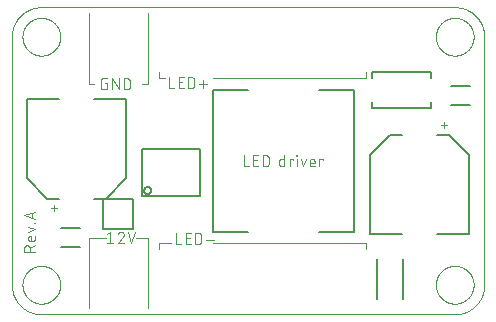
<source format=gto>
G75*
%MOIN*%
%OFA0B0*%
%FSLAX25Y25*%
%IPPOS*%
%LPD*%
%AMOC8*
5,1,8,0,0,1.08239X$1,22.5*
%
%ADD10C,0.00000*%
%ADD11C,0.00300*%
%ADD12C,0.00400*%
%ADD13C,0.00500*%
%ADD14C,0.00800*%
D10*
X0013611Y0003769D02*
X0151406Y0003769D01*
X0145107Y0013611D02*
X0145109Y0013769D01*
X0145115Y0013927D01*
X0145125Y0014085D01*
X0145139Y0014243D01*
X0145157Y0014400D01*
X0145178Y0014557D01*
X0145204Y0014713D01*
X0145234Y0014869D01*
X0145267Y0015024D01*
X0145305Y0015177D01*
X0145346Y0015330D01*
X0145391Y0015482D01*
X0145440Y0015633D01*
X0145493Y0015782D01*
X0145549Y0015930D01*
X0145609Y0016076D01*
X0145673Y0016221D01*
X0145741Y0016364D01*
X0145812Y0016506D01*
X0145886Y0016646D01*
X0145964Y0016783D01*
X0146046Y0016919D01*
X0146130Y0017053D01*
X0146219Y0017184D01*
X0146310Y0017313D01*
X0146405Y0017440D01*
X0146502Y0017565D01*
X0146603Y0017687D01*
X0146707Y0017806D01*
X0146814Y0017923D01*
X0146924Y0018037D01*
X0147037Y0018148D01*
X0147152Y0018257D01*
X0147270Y0018362D01*
X0147391Y0018464D01*
X0147514Y0018564D01*
X0147640Y0018660D01*
X0147768Y0018753D01*
X0147898Y0018843D01*
X0148031Y0018929D01*
X0148166Y0019013D01*
X0148302Y0019092D01*
X0148441Y0019169D01*
X0148582Y0019241D01*
X0148724Y0019311D01*
X0148868Y0019376D01*
X0149014Y0019438D01*
X0149161Y0019496D01*
X0149310Y0019551D01*
X0149460Y0019602D01*
X0149611Y0019649D01*
X0149763Y0019692D01*
X0149916Y0019731D01*
X0150071Y0019767D01*
X0150226Y0019798D01*
X0150382Y0019826D01*
X0150538Y0019850D01*
X0150695Y0019870D01*
X0150853Y0019886D01*
X0151010Y0019898D01*
X0151169Y0019906D01*
X0151327Y0019910D01*
X0151485Y0019910D01*
X0151643Y0019906D01*
X0151802Y0019898D01*
X0151959Y0019886D01*
X0152117Y0019870D01*
X0152274Y0019850D01*
X0152430Y0019826D01*
X0152586Y0019798D01*
X0152741Y0019767D01*
X0152896Y0019731D01*
X0153049Y0019692D01*
X0153201Y0019649D01*
X0153352Y0019602D01*
X0153502Y0019551D01*
X0153651Y0019496D01*
X0153798Y0019438D01*
X0153944Y0019376D01*
X0154088Y0019311D01*
X0154230Y0019241D01*
X0154371Y0019169D01*
X0154510Y0019092D01*
X0154646Y0019013D01*
X0154781Y0018929D01*
X0154914Y0018843D01*
X0155044Y0018753D01*
X0155172Y0018660D01*
X0155298Y0018564D01*
X0155421Y0018464D01*
X0155542Y0018362D01*
X0155660Y0018257D01*
X0155775Y0018148D01*
X0155888Y0018037D01*
X0155998Y0017923D01*
X0156105Y0017806D01*
X0156209Y0017687D01*
X0156310Y0017565D01*
X0156407Y0017440D01*
X0156502Y0017313D01*
X0156593Y0017184D01*
X0156682Y0017053D01*
X0156766Y0016919D01*
X0156848Y0016783D01*
X0156926Y0016646D01*
X0157000Y0016506D01*
X0157071Y0016364D01*
X0157139Y0016221D01*
X0157203Y0016076D01*
X0157263Y0015930D01*
X0157319Y0015782D01*
X0157372Y0015633D01*
X0157421Y0015482D01*
X0157466Y0015330D01*
X0157507Y0015177D01*
X0157545Y0015024D01*
X0157578Y0014869D01*
X0157608Y0014713D01*
X0157634Y0014557D01*
X0157655Y0014400D01*
X0157673Y0014243D01*
X0157687Y0014085D01*
X0157697Y0013927D01*
X0157703Y0013769D01*
X0157705Y0013611D01*
X0157703Y0013453D01*
X0157697Y0013295D01*
X0157687Y0013137D01*
X0157673Y0012979D01*
X0157655Y0012822D01*
X0157634Y0012665D01*
X0157608Y0012509D01*
X0157578Y0012353D01*
X0157545Y0012198D01*
X0157507Y0012045D01*
X0157466Y0011892D01*
X0157421Y0011740D01*
X0157372Y0011589D01*
X0157319Y0011440D01*
X0157263Y0011292D01*
X0157203Y0011146D01*
X0157139Y0011001D01*
X0157071Y0010858D01*
X0157000Y0010716D01*
X0156926Y0010576D01*
X0156848Y0010439D01*
X0156766Y0010303D01*
X0156682Y0010169D01*
X0156593Y0010038D01*
X0156502Y0009909D01*
X0156407Y0009782D01*
X0156310Y0009657D01*
X0156209Y0009535D01*
X0156105Y0009416D01*
X0155998Y0009299D01*
X0155888Y0009185D01*
X0155775Y0009074D01*
X0155660Y0008965D01*
X0155542Y0008860D01*
X0155421Y0008758D01*
X0155298Y0008658D01*
X0155172Y0008562D01*
X0155044Y0008469D01*
X0154914Y0008379D01*
X0154781Y0008293D01*
X0154646Y0008209D01*
X0154510Y0008130D01*
X0154371Y0008053D01*
X0154230Y0007981D01*
X0154088Y0007911D01*
X0153944Y0007846D01*
X0153798Y0007784D01*
X0153651Y0007726D01*
X0153502Y0007671D01*
X0153352Y0007620D01*
X0153201Y0007573D01*
X0153049Y0007530D01*
X0152896Y0007491D01*
X0152741Y0007455D01*
X0152586Y0007424D01*
X0152430Y0007396D01*
X0152274Y0007372D01*
X0152117Y0007352D01*
X0151959Y0007336D01*
X0151802Y0007324D01*
X0151643Y0007316D01*
X0151485Y0007312D01*
X0151327Y0007312D01*
X0151169Y0007316D01*
X0151010Y0007324D01*
X0150853Y0007336D01*
X0150695Y0007352D01*
X0150538Y0007372D01*
X0150382Y0007396D01*
X0150226Y0007424D01*
X0150071Y0007455D01*
X0149916Y0007491D01*
X0149763Y0007530D01*
X0149611Y0007573D01*
X0149460Y0007620D01*
X0149310Y0007671D01*
X0149161Y0007726D01*
X0149014Y0007784D01*
X0148868Y0007846D01*
X0148724Y0007911D01*
X0148582Y0007981D01*
X0148441Y0008053D01*
X0148302Y0008130D01*
X0148166Y0008209D01*
X0148031Y0008293D01*
X0147898Y0008379D01*
X0147768Y0008469D01*
X0147640Y0008562D01*
X0147514Y0008658D01*
X0147391Y0008758D01*
X0147270Y0008860D01*
X0147152Y0008965D01*
X0147037Y0009074D01*
X0146924Y0009185D01*
X0146814Y0009299D01*
X0146707Y0009416D01*
X0146603Y0009535D01*
X0146502Y0009657D01*
X0146405Y0009782D01*
X0146310Y0009909D01*
X0146219Y0010038D01*
X0146130Y0010169D01*
X0146046Y0010303D01*
X0145964Y0010439D01*
X0145886Y0010576D01*
X0145812Y0010716D01*
X0145741Y0010858D01*
X0145673Y0011001D01*
X0145609Y0011146D01*
X0145549Y0011292D01*
X0145493Y0011440D01*
X0145440Y0011589D01*
X0145391Y0011740D01*
X0145346Y0011892D01*
X0145305Y0012045D01*
X0145267Y0012198D01*
X0145234Y0012353D01*
X0145204Y0012509D01*
X0145178Y0012665D01*
X0145157Y0012822D01*
X0145139Y0012979D01*
X0145125Y0013137D01*
X0145115Y0013295D01*
X0145109Y0013453D01*
X0145107Y0013611D01*
X0151406Y0003768D02*
X0151644Y0003771D01*
X0151882Y0003779D01*
X0152119Y0003794D01*
X0152356Y0003814D01*
X0152592Y0003840D01*
X0152828Y0003871D01*
X0153063Y0003908D01*
X0153297Y0003951D01*
X0153530Y0004000D01*
X0153762Y0004054D01*
X0153992Y0004114D01*
X0154221Y0004179D01*
X0154448Y0004250D01*
X0154673Y0004326D01*
X0154896Y0004408D01*
X0155118Y0004495D01*
X0155337Y0004587D01*
X0155554Y0004685D01*
X0155768Y0004787D01*
X0155980Y0004895D01*
X0156190Y0005009D01*
X0156396Y0005127D01*
X0156600Y0005250D01*
X0156800Y0005378D01*
X0156997Y0005510D01*
X0157192Y0005648D01*
X0157382Y0005790D01*
X0157570Y0005937D01*
X0157753Y0006088D01*
X0157933Y0006243D01*
X0158109Y0006403D01*
X0158281Y0006567D01*
X0158450Y0006736D01*
X0158614Y0006908D01*
X0158774Y0007084D01*
X0158929Y0007264D01*
X0159080Y0007447D01*
X0159227Y0007635D01*
X0159369Y0007825D01*
X0159507Y0008020D01*
X0159639Y0008217D01*
X0159767Y0008417D01*
X0159890Y0008621D01*
X0160008Y0008827D01*
X0160122Y0009037D01*
X0160230Y0009249D01*
X0160332Y0009463D01*
X0160430Y0009680D01*
X0160522Y0009899D01*
X0160609Y0010121D01*
X0160691Y0010344D01*
X0160767Y0010569D01*
X0160838Y0010796D01*
X0160903Y0011025D01*
X0160963Y0011255D01*
X0161017Y0011487D01*
X0161066Y0011720D01*
X0161109Y0011954D01*
X0161146Y0012189D01*
X0161177Y0012425D01*
X0161203Y0012661D01*
X0161223Y0012898D01*
X0161238Y0013135D01*
X0161246Y0013373D01*
X0161249Y0013611D01*
X0161249Y0096288D01*
X0145107Y0096288D02*
X0145109Y0096446D01*
X0145115Y0096604D01*
X0145125Y0096762D01*
X0145139Y0096920D01*
X0145157Y0097077D01*
X0145178Y0097234D01*
X0145204Y0097390D01*
X0145234Y0097546D01*
X0145267Y0097701D01*
X0145305Y0097854D01*
X0145346Y0098007D01*
X0145391Y0098159D01*
X0145440Y0098310D01*
X0145493Y0098459D01*
X0145549Y0098607D01*
X0145609Y0098753D01*
X0145673Y0098898D01*
X0145741Y0099041D01*
X0145812Y0099183D01*
X0145886Y0099323D01*
X0145964Y0099460D01*
X0146046Y0099596D01*
X0146130Y0099730D01*
X0146219Y0099861D01*
X0146310Y0099990D01*
X0146405Y0100117D01*
X0146502Y0100242D01*
X0146603Y0100364D01*
X0146707Y0100483D01*
X0146814Y0100600D01*
X0146924Y0100714D01*
X0147037Y0100825D01*
X0147152Y0100934D01*
X0147270Y0101039D01*
X0147391Y0101141D01*
X0147514Y0101241D01*
X0147640Y0101337D01*
X0147768Y0101430D01*
X0147898Y0101520D01*
X0148031Y0101606D01*
X0148166Y0101690D01*
X0148302Y0101769D01*
X0148441Y0101846D01*
X0148582Y0101918D01*
X0148724Y0101988D01*
X0148868Y0102053D01*
X0149014Y0102115D01*
X0149161Y0102173D01*
X0149310Y0102228D01*
X0149460Y0102279D01*
X0149611Y0102326D01*
X0149763Y0102369D01*
X0149916Y0102408D01*
X0150071Y0102444D01*
X0150226Y0102475D01*
X0150382Y0102503D01*
X0150538Y0102527D01*
X0150695Y0102547D01*
X0150853Y0102563D01*
X0151010Y0102575D01*
X0151169Y0102583D01*
X0151327Y0102587D01*
X0151485Y0102587D01*
X0151643Y0102583D01*
X0151802Y0102575D01*
X0151959Y0102563D01*
X0152117Y0102547D01*
X0152274Y0102527D01*
X0152430Y0102503D01*
X0152586Y0102475D01*
X0152741Y0102444D01*
X0152896Y0102408D01*
X0153049Y0102369D01*
X0153201Y0102326D01*
X0153352Y0102279D01*
X0153502Y0102228D01*
X0153651Y0102173D01*
X0153798Y0102115D01*
X0153944Y0102053D01*
X0154088Y0101988D01*
X0154230Y0101918D01*
X0154371Y0101846D01*
X0154510Y0101769D01*
X0154646Y0101690D01*
X0154781Y0101606D01*
X0154914Y0101520D01*
X0155044Y0101430D01*
X0155172Y0101337D01*
X0155298Y0101241D01*
X0155421Y0101141D01*
X0155542Y0101039D01*
X0155660Y0100934D01*
X0155775Y0100825D01*
X0155888Y0100714D01*
X0155998Y0100600D01*
X0156105Y0100483D01*
X0156209Y0100364D01*
X0156310Y0100242D01*
X0156407Y0100117D01*
X0156502Y0099990D01*
X0156593Y0099861D01*
X0156682Y0099730D01*
X0156766Y0099596D01*
X0156848Y0099460D01*
X0156926Y0099323D01*
X0157000Y0099183D01*
X0157071Y0099041D01*
X0157139Y0098898D01*
X0157203Y0098753D01*
X0157263Y0098607D01*
X0157319Y0098459D01*
X0157372Y0098310D01*
X0157421Y0098159D01*
X0157466Y0098007D01*
X0157507Y0097854D01*
X0157545Y0097701D01*
X0157578Y0097546D01*
X0157608Y0097390D01*
X0157634Y0097234D01*
X0157655Y0097077D01*
X0157673Y0096920D01*
X0157687Y0096762D01*
X0157697Y0096604D01*
X0157703Y0096446D01*
X0157705Y0096288D01*
X0157703Y0096130D01*
X0157697Y0095972D01*
X0157687Y0095814D01*
X0157673Y0095656D01*
X0157655Y0095499D01*
X0157634Y0095342D01*
X0157608Y0095186D01*
X0157578Y0095030D01*
X0157545Y0094875D01*
X0157507Y0094722D01*
X0157466Y0094569D01*
X0157421Y0094417D01*
X0157372Y0094266D01*
X0157319Y0094117D01*
X0157263Y0093969D01*
X0157203Y0093823D01*
X0157139Y0093678D01*
X0157071Y0093535D01*
X0157000Y0093393D01*
X0156926Y0093253D01*
X0156848Y0093116D01*
X0156766Y0092980D01*
X0156682Y0092846D01*
X0156593Y0092715D01*
X0156502Y0092586D01*
X0156407Y0092459D01*
X0156310Y0092334D01*
X0156209Y0092212D01*
X0156105Y0092093D01*
X0155998Y0091976D01*
X0155888Y0091862D01*
X0155775Y0091751D01*
X0155660Y0091642D01*
X0155542Y0091537D01*
X0155421Y0091435D01*
X0155298Y0091335D01*
X0155172Y0091239D01*
X0155044Y0091146D01*
X0154914Y0091056D01*
X0154781Y0090970D01*
X0154646Y0090886D01*
X0154510Y0090807D01*
X0154371Y0090730D01*
X0154230Y0090658D01*
X0154088Y0090588D01*
X0153944Y0090523D01*
X0153798Y0090461D01*
X0153651Y0090403D01*
X0153502Y0090348D01*
X0153352Y0090297D01*
X0153201Y0090250D01*
X0153049Y0090207D01*
X0152896Y0090168D01*
X0152741Y0090132D01*
X0152586Y0090101D01*
X0152430Y0090073D01*
X0152274Y0090049D01*
X0152117Y0090029D01*
X0151959Y0090013D01*
X0151802Y0090001D01*
X0151643Y0089993D01*
X0151485Y0089989D01*
X0151327Y0089989D01*
X0151169Y0089993D01*
X0151010Y0090001D01*
X0150853Y0090013D01*
X0150695Y0090029D01*
X0150538Y0090049D01*
X0150382Y0090073D01*
X0150226Y0090101D01*
X0150071Y0090132D01*
X0149916Y0090168D01*
X0149763Y0090207D01*
X0149611Y0090250D01*
X0149460Y0090297D01*
X0149310Y0090348D01*
X0149161Y0090403D01*
X0149014Y0090461D01*
X0148868Y0090523D01*
X0148724Y0090588D01*
X0148582Y0090658D01*
X0148441Y0090730D01*
X0148302Y0090807D01*
X0148166Y0090886D01*
X0148031Y0090970D01*
X0147898Y0091056D01*
X0147768Y0091146D01*
X0147640Y0091239D01*
X0147514Y0091335D01*
X0147391Y0091435D01*
X0147270Y0091537D01*
X0147152Y0091642D01*
X0147037Y0091751D01*
X0146924Y0091862D01*
X0146814Y0091976D01*
X0146707Y0092093D01*
X0146603Y0092212D01*
X0146502Y0092334D01*
X0146405Y0092459D01*
X0146310Y0092586D01*
X0146219Y0092715D01*
X0146130Y0092846D01*
X0146046Y0092980D01*
X0145964Y0093116D01*
X0145886Y0093253D01*
X0145812Y0093393D01*
X0145741Y0093535D01*
X0145673Y0093678D01*
X0145609Y0093823D01*
X0145549Y0093969D01*
X0145493Y0094117D01*
X0145440Y0094266D01*
X0145391Y0094417D01*
X0145346Y0094569D01*
X0145305Y0094722D01*
X0145267Y0094875D01*
X0145234Y0095030D01*
X0145204Y0095186D01*
X0145178Y0095342D01*
X0145157Y0095499D01*
X0145139Y0095656D01*
X0145125Y0095814D01*
X0145115Y0095972D01*
X0145109Y0096130D01*
X0145107Y0096288D01*
X0151406Y0106131D02*
X0151644Y0106128D01*
X0151882Y0106120D01*
X0152119Y0106105D01*
X0152356Y0106085D01*
X0152592Y0106059D01*
X0152828Y0106028D01*
X0153063Y0105991D01*
X0153297Y0105948D01*
X0153530Y0105899D01*
X0153762Y0105845D01*
X0153992Y0105785D01*
X0154221Y0105720D01*
X0154448Y0105649D01*
X0154673Y0105573D01*
X0154896Y0105491D01*
X0155118Y0105404D01*
X0155337Y0105312D01*
X0155554Y0105214D01*
X0155768Y0105112D01*
X0155980Y0105004D01*
X0156190Y0104890D01*
X0156396Y0104772D01*
X0156600Y0104649D01*
X0156800Y0104521D01*
X0156997Y0104389D01*
X0157192Y0104251D01*
X0157382Y0104109D01*
X0157570Y0103962D01*
X0157753Y0103811D01*
X0157933Y0103656D01*
X0158109Y0103496D01*
X0158281Y0103332D01*
X0158450Y0103163D01*
X0158614Y0102991D01*
X0158774Y0102815D01*
X0158929Y0102635D01*
X0159080Y0102452D01*
X0159227Y0102264D01*
X0159369Y0102074D01*
X0159507Y0101879D01*
X0159639Y0101682D01*
X0159767Y0101482D01*
X0159890Y0101278D01*
X0160008Y0101072D01*
X0160122Y0100862D01*
X0160230Y0100650D01*
X0160332Y0100436D01*
X0160430Y0100219D01*
X0160522Y0100000D01*
X0160609Y0099778D01*
X0160691Y0099555D01*
X0160767Y0099330D01*
X0160838Y0099103D01*
X0160903Y0098874D01*
X0160963Y0098644D01*
X0161017Y0098412D01*
X0161066Y0098179D01*
X0161109Y0097945D01*
X0161146Y0097710D01*
X0161177Y0097474D01*
X0161203Y0097238D01*
X0161223Y0097001D01*
X0161238Y0096764D01*
X0161246Y0096526D01*
X0161249Y0096288D01*
X0151406Y0106131D02*
X0013611Y0106131D01*
X0007312Y0096288D02*
X0007314Y0096446D01*
X0007320Y0096604D01*
X0007330Y0096762D01*
X0007344Y0096920D01*
X0007362Y0097077D01*
X0007383Y0097234D01*
X0007409Y0097390D01*
X0007439Y0097546D01*
X0007472Y0097701D01*
X0007510Y0097854D01*
X0007551Y0098007D01*
X0007596Y0098159D01*
X0007645Y0098310D01*
X0007698Y0098459D01*
X0007754Y0098607D01*
X0007814Y0098753D01*
X0007878Y0098898D01*
X0007946Y0099041D01*
X0008017Y0099183D01*
X0008091Y0099323D01*
X0008169Y0099460D01*
X0008251Y0099596D01*
X0008335Y0099730D01*
X0008424Y0099861D01*
X0008515Y0099990D01*
X0008610Y0100117D01*
X0008707Y0100242D01*
X0008808Y0100364D01*
X0008912Y0100483D01*
X0009019Y0100600D01*
X0009129Y0100714D01*
X0009242Y0100825D01*
X0009357Y0100934D01*
X0009475Y0101039D01*
X0009596Y0101141D01*
X0009719Y0101241D01*
X0009845Y0101337D01*
X0009973Y0101430D01*
X0010103Y0101520D01*
X0010236Y0101606D01*
X0010371Y0101690D01*
X0010507Y0101769D01*
X0010646Y0101846D01*
X0010787Y0101918D01*
X0010929Y0101988D01*
X0011073Y0102053D01*
X0011219Y0102115D01*
X0011366Y0102173D01*
X0011515Y0102228D01*
X0011665Y0102279D01*
X0011816Y0102326D01*
X0011968Y0102369D01*
X0012121Y0102408D01*
X0012276Y0102444D01*
X0012431Y0102475D01*
X0012587Y0102503D01*
X0012743Y0102527D01*
X0012900Y0102547D01*
X0013058Y0102563D01*
X0013215Y0102575D01*
X0013374Y0102583D01*
X0013532Y0102587D01*
X0013690Y0102587D01*
X0013848Y0102583D01*
X0014007Y0102575D01*
X0014164Y0102563D01*
X0014322Y0102547D01*
X0014479Y0102527D01*
X0014635Y0102503D01*
X0014791Y0102475D01*
X0014946Y0102444D01*
X0015101Y0102408D01*
X0015254Y0102369D01*
X0015406Y0102326D01*
X0015557Y0102279D01*
X0015707Y0102228D01*
X0015856Y0102173D01*
X0016003Y0102115D01*
X0016149Y0102053D01*
X0016293Y0101988D01*
X0016435Y0101918D01*
X0016576Y0101846D01*
X0016715Y0101769D01*
X0016851Y0101690D01*
X0016986Y0101606D01*
X0017119Y0101520D01*
X0017249Y0101430D01*
X0017377Y0101337D01*
X0017503Y0101241D01*
X0017626Y0101141D01*
X0017747Y0101039D01*
X0017865Y0100934D01*
X0017980Y0100825D01*
X0018093Y0100714D01*
X0018203Y0100600D01*
X0018310Y0100483D01*
X0018414Y0100364D01*
X0018515Y0100242D01*
X0018612Y0100117D01*
X0018707Y0099990D01*
X0018798Y0099861D01*
X0018887Y0099730D01*
X0018971Y0099596D01*
X0019053Y0099460D01*
X0019131Y0099323D01*
X0019205Y0099183D01*
X0019276Y0099041D01*
X0019344Y0098898D01*
X0019408Y0098753D01*
X0019468Y0098607D01*
X0019524Y0098459D01*
X0019577Y0098310D01*
X0019626Y0098159D01*
X0019671Y0098007D01*
X0019712Y0097854D01*
X0019750Y0097701D01*
X0019783Y0097546D01*
X0019813Y0097390D01*
X0019839Y0097234D01*
X0019860Y0097077D01*
X0019878Y0096920D01*
X0019892Y0096762D01*
X0019902Y0096604D01*
X0019908Y0096446D01*
X0019910Y0096288D01*
X0019908Y0096130D01*
X0019902Y0095972D01*
X0019892Y0095814D01*
X0019878Y0095656D01*
X0019860Y0095499D01*
X0019839Y0095342D01*
X0019813Y0095186D01*
X0019783Y0095030D01*
X0019750Y0094875D01*
X0019712Y0094722D01*
X0019671Y0094569D01*
X0019626Y0094417D01*
X0019577Y0094266D01*
X0019524Y0094117D01*
X0019468Y0093969D01*
X0019408Y0093823D01*
X0019344Y0093678D01*
X0019276Y0093535D01*
X0019205Y0093393D01*
X0019131Y0093253D01*
X0019053Y0093116D01*
X0018971Y0092980D01*
X0018887Y0092846D01*
X0018798Y0092715D01*
X0018707Y0092586D01*
X0018612Y0092459D01*
X0018515Y0092334D01*
X0018414Y0092212D01*
X0018310Y0092093D01*
X0018203Y0091976D01*
X0018093Y0091862D01*
X0017980Y0091751D01*
X0017865Y0091642D01*
X0017747Y0091537D01*
X0017626Y0091435D01*
X0017503Y0091335D01*
X0017377Y0091239D01*
X0017249Y0091146D01*
X0017119Y0091056D01*
X0016986Y0090970D01*
X0016851Y0090886D01*
X0016715Y0090807D01*
X0016576Y0090730D01*
X0016435Y0090658D01*
X0016293Y0090588D01*
X0016149Y0090523D01*
X0016003Y0090461D01*
X0015856Y0090403D01*
X0015707Y0090348D01*
X0015557Y0090297D01*
X0015406Y0090250D01*
X0015254Y0090207D01*
X0015101Y0090168D01*
X0014946Y0090132D01*
X0014791Y0090101D01*
X0014635Y0090073D01*
X0014479Y0090049D01*
X0014322Y0090029D01*
X0014164Y0090013D01*
X0014007Y0090001D01*
X0013848Y0089993D01*
X0013690Y0089989D01*
X0013532Y0089989D01*
X0013374Y0089993D01*
X0013215Y0090001D01*
X0013058Y0090013D01*
X0012900Y0090029D01*
X0012743Y0090049D01*
X0012587Y0090073D01*
X0012431Y0090101D01*
X0012276Y0090132D01*
X0012121Y0090168D01*
X0011968Y0090207D01*
X0011816Y0090250D01*
X0011665Y0090297D01*
X0011515Y0090348D01*
X0011366Y0090403D01*
X0011219Y0090461D01*
X0011073Y0090523D01*
X0010929Y0090588D01*
X0010787Y0090658D01*
X0010646Y0090730D01*
X0010507Y0090807D01*
X0010371Y0090886D01*
X0010236Y0090970D01*
X0010103Y0091056D01*
X0009973Y0091146D01*
X0009845Y0091239D01*
X0009719Y0091335D01*
X0009596Y0091435D01*
X0009475Y0091537D01*
X0009357Y0091642D01*
X0009242Y0091751D01*
X0009129Y0091862D01*
X0009019Y0091976D01*
X0008912Y0092093D01*
X0008808Y0092212D01*
X0008707Y0092334D01*
X0008610Y0092459D01*
X0008515Y0092586D01*
X0008424Y0092715D01*
X0008335Y0092846D01*
X0008251Y0092980D01*
X0008169Y0093116D01*
X0008091Y0093253D01*
X0008017Y0093393D01*
X0007946Y0093535D01*
X0007878Y0093678D01*
X0007814Y0093823D01*
X0007754Y0093969D01*
X0007698Y0094117D01*
X0007645Y0094266D01*
X0007596Y0094417D01*
X0007551Y0094569D01*
X0007510Y0094722D01*
X0007472Y0094875D01*
X0007439Y0095030D01*
X0007409Y0095186D01*
X0007383Y0095342D01*
X0007362Y0095499D01*
X0007344Y0095656D01*
X0007330Y0095814D01*
X0007320Y0095972D01*
X0007314Y0096130D01*
X0007312Y0096288D01*
X0003769Y0096288D02*
X0003769Y0013611D01*
X0007312Y0013611D02*
X0007314Y0013769D01*
X0007320Y0013927D01*
X0007330Y0014085D01*
X0007344Y0014243D01*
X0007362Y0014400D01*
X0007383Y0014557D01*
X0007409Y0014713D01*
X0007439Y0014869D01*
X0007472Y0015024D01*
X0007510Y0015177D01*
X0007551Y0015330D01*
X0007596Y0015482D01*
X0007645Y0015633D01*
X0007698Y0015782D01*
X0007754Y0015930D01*
X0007814Y0016076D01*
X0007878Y0016221D01*
X0007946Y0016364D01*
X0008017Y0016506D01*
X0008091Y0016646D01*
X0008169Y0016783D01*
X0008251Y0016919D01*
X0008335Y0017053D01*
X0008424Y0017184D01*
X0008515Y0017313D01*
X0008610Y0017440D01*
X0008707Y0017565D01*
X0008808Y0017687D01*
X0008912Y0017806D01*
X0009019Y0017923D01*
X0009129Y0018037D01*
X0009242Y0018148D01*
X0009357Y0018257D01*
X0009475Y0018362D01*
X0009596Y0018464D01*
X0009719Y0018564D01*
X0009845Y0018660D01*
X0009973Y0018753D01*
X0010103Y0018843D01*
X0010236Y0018929D01*
X0010371Y0019013D01*
X0010507Y0019092D01*
X0010646Y0019169D01*
X0010787Y0019241D01*
X0010929Y0019311D01*
X0011073Y0019376D01*
X0011219Y0019438D01*
X0011366Y0019496D01*
X0011515Y0019551D01*
X0011665Y0019602D01*
X0011816Y0019649D01*
X0011968Y0019692D01*
X0012121Y0019731D01*
X0012276Y0019767D01*
X0012431Y0019798D01*
X0012587Y0019826D01*
X0012743Y0019850D01*
X0012900Y0019870D01*
X0013058Y0019886D01*
X0013215Y0019898D01*
X0013374Y0019906D01*
X0013532Y0019910D01*
X0013690Y0019910D01*
X0013848Y0019906D01*
X0014007Y0019898D01*
X0014164Y0019886D01*
X0014322Y0019870D01*
X0014479Y0019850D01*
X0014635Y0019826D01*
X0014791Y0019798D01*
X0014946Y0019767D01*
X0015101Y0019731D01*
X0015254Y0019692D01*
X0015406Y0019649D01*
X0015557Y0019602D01*
X0015707Y0019551D01*
X0015856Y0019496D01*
X0016003Y0019438D01*
X0016149Y0019376D01*
X0016293Y0019311D01*
X0016435Y0019241D01*
X0016576Y0019169D01*
X0016715Y0019092D01*
X0016851Y0019013D01*
X0016986Y0018929D01*
X0017119Y0018843D01*
X0017249Y0018753D01*
X0017377Y0018660D01*
X0017503Y0018564D01*
X0017626Y0018464D01*
X0017747Y0018362D01*
X0017865Y0018257D01*
X0017980Y0018148D01*
X0018093Y0018037D01*
X0018203Y0017923D01*
X0018310Y0017806D01*
X0018414Y0017687D01*
X0018515Y0017565D01*
X0018612Y0017440D01*
X0018707Y0017313D01*
X0018798Y0017184D01*
X0018887Y0017053D01*
X0018971Y0016919D01*
X0019053Y0016783D01*
X0019131Y0016646D01*
X0019205Y0016506D01*
X0019276Y0016364D01*
X0019344Y0016221D01*
X0019408Y0016076D01*
X0019468Y0015930D01*
X0019524Y0015782D01*
X0019577Y0015633D01*
X0019626Y0015482D01*
X0019671Y0015330D01*
X0019712Y0015177D01*
X0019750Y0015024D01*
X0019783Y0014869D01*
X0019813Y0014713D01*
X0019839Y0014557D01*
X0019860Y0014400D01*
X0019878Y0014243D01*
X0019892Y0014085D01*
X0019902Y0013927D01*
X0019908Y0013769D01*
X0019910Y0013611D01*
X0019908Y0013453D01*
X0019902Y0013295D01*
X0019892Y0013137D01*
X0019878Y0012979D01*
X0019860Y0012822D01*
X0019839Y0012665D01*
X0019813Y0012509D01*
X0019783Y0012353D01*
X0019750Y0012198D01*
X0019712Y0012045D01*
X0019671Y0011892D01*
X0019626Y0011740D01*
X0019577Y0011589D01*
X0019524Y0011440D01*
X0019468Y0011292D01*
X0019408Y0011146D01*
X0019344Y0011001D01*
X0019276Y0010858D01*
X0019205Y0010716D01*
X0019131Y0010576D01*
X0019053Y0010439D01*
X0018971Y0010303D01*
X0018887Y0010169D01*
X0018798Y0010038D01*
X0018707Y0009909D01*
X0018612Y0009782D01*
X0018515Y0009657D01*
X0018414Y0009535D01*
X0018310Y0009416D01*
X0018203Y0009299D01*
X0018093Y0009185D01*
X0017980Y0009074D01*
X0017865Y0008965D01*
X0017747Y0008860D01*
X0017626Y0008758D01*
X0017503Y0008658D01*
X0017377Y0008562D01*
X0017249Y0008469D01*
X0017119Y0008379D01*
X0016986Y0008293D01*
X0016851Y0008209D01*
X0016715Y0008130D01*
X0016576Y0008053D01*
X0016435Y0007981D01*
X0016293Y0007911D01*
X0016149Y0007846D01*
X0016003Y0007784D01*
X0015856Y0007726D01*
X0015707Y0007671D01*
X0015557Y0007620D01*
X0015406Y0007573D01*
X0015254Y0007530D01*
X0015101Y0007491D01*
X0014946Y0007455D01*
X0014791Y0007424D01*
X0014635Y0007396D01*
X0014479Y0007372D01*
X0014322Y0007352D01*
X0014164Y0007336D01*
X0014007Y0007324D01*
X0013848Y0007316D01*
X0013690Y0007312D01*
X0013532Y0007312D01*
X0013374Y0007316D01*
X0013215Y0007324D01*
X0013058Y0007336D01*
X0012900Y0007352D01*
X0012743Y0007372D01*
X0012587Y0007396D01*
X0012431Y0007424D01*
X0012276Y0007455D01*
X0012121Y0007491D01*
X0011968Y0007530D01*
X0011816Y0007573D01*
X0011665Y0007620D01*
X0011515Y0007671D01*
X0011366Y0007726D01*
X0011219Y0007784D01*
X0011073Y0007846D01*
X0010929Y0007911D01*
X0010787Y0007981D01*
X0010646Y0008053D01*
X0010507Y0008130D01*
X0010371Y0008209D01*
X0010236Y0008293D01*
X0010103Y0008379D01*
X0009973Y0008469D01*
X0009845Y0008562D01*
X0009719Y0008658D01*
X0009596Y0008758D01*
X0009475Y0008860D01*
X0009357Y0008965D01*
X0009242Y0009074D01*
X0009129Y0009185D01*
X0009019Y0009299D01*
X0008912Y0009416D01*
X0008808Y0009535D01*
X0008707Y0009657D01*
X0008610Y0009782D01*
X0008515Y0009909D01*
X0008424Y0010038D01*
X0008335Y0010169D01*
X0008251Y0010303D01*
X0008169Y0010439D01*
X0008091Y0010576D01*
X0008017Y0010716D01*
X0007946Y0010858D01*
X0007878Y0011001D01*
X0007814Y0011146D01*
X0007754Y0011292D01*
X0007698Y0011440D01*
X0007645Y0011589D01*
X0007596Y0011740D01*
X0007551Y0011892D01*
X0007510Y0012045D01*
X0007472Y0012198D01*
X0007439Y0012353D01*
X0007409Y0012509D01*
X0007383Y0012665D01*
X0007362Y0012822D01*
X0007344Y0012979D01*
X0007330Y0013137D01*
X0007320Y0013295D01*
X0007314Y0013453D01*
X0007312Y0013611D01*
X0003768Y0013611D02*
X0003771Y0013373D01*
X0003779Y0013135D01*
X0003794Y0012898D01*
X0003814Y0012661D01*
X0003840Y0012425D01*
X0003871Y0012189D01*
X0003908Y0011954D01*
X0003951Y0011720D01*
X0004000Y0011487D01*
X0004054Y0011255D01*
X0004114Y0011025D01*
X0004179Y0010796D01*
X0004250Y0010569D01*
X0004326Y0010344D01*
X0004408Y0010121D01*
X0004495Y0009899D01*
X0004587Y0009680D01*
X0004685Y0009463D01*
X0004787Y0009249D01*
X0004895Y0009037D01*
X0005009Y0008827D01*
X0005127Y0008621D01*
X0005250Y0008417D01*
X0005378Y0008217D01*
X0005510Y0008020D01*
X0005648Y0007825D01*
X0005790Y0007635D01*
X0005937Y0007447D01*
X0006088Y0007264D01*
X0006243Y0007084D01*
X0006403Y0006908D01*
X0006567Y0006736D01*
X0006736Y0006567D01*
X0006908Y0006403D01*
X0007084Y0006243D01*
X0007264Y0006088D01*
X0007447Y0005937D01*
X0007635Y0005790D01*
X0007825Y0005648D01*
X0008020Y0005510D01*
X0008217Y0005378D01*
X0008417Y0005250D01*
X0008621Y0005127D01*
X0008827Y0005009D01*
X0009037Y0004895D01*
X0009249Y0004787D01*
X0009463Y0004685D01*
X0009680Y0004587D01*
X0009899Y0004495D01*
X0010121Y0004408D01*
X0010344Y0004326D01*
X0010569Y0004250D01*
X0010796Y0004179D01*
X0011025Y0004114D01*
X0011255Y0004054D01*
X0011487Y0004000D01*
X0011720Y0003951D01*
X0011954Y0003908D01*
X0012189Y0003871D01*
X0012425Y0003840D01*
X0012661Y0003814D01*
X0012898Y0003794D01*
X0013135Y0003779D01*
X0013373Y0003771D01*
X0013611Y0003768D01*
X0003768Y0096288D02*
X0003771Y0096526D01*
X0003779Y0096764D01*
X0003794Y0097001D01*
X0003814Y0097238D01*
X0003840Y0097474D01*
X0003871Y0097710D01*
X0003908Y0097945D01*
X0003951Y0098179D01*
X0004000Y0098412D01*
X0004054Y0098644D01*
X0004114Y0098874D01*
X0004179Y0099103D01*
X0004250Y0099330D01*
X0004326Y0099555D01*
X0004408Y0099778D01*
X0004495Y0100000D01*
X0004587Y0100219D01*
X0004685Y0100436D01*
X0004787Y0100650D01*
X0004895Y0100862D01*
X0005009Y0101072D01*
X0005127Y0101278D01*
X0005250Y0101482D01*
X0005378Y0101682D01*
X0005510Y0101879D01*
X0005648Y0102074D01*
X0005790Y0102264D01*
X0005937Y0102452D01*
X0006088Y0102635D01*
X0006243Y0102815D01*
X0006403Y0102991D01*
X0006567Y0103163D01*
X0006736Y0103332D01*
X0006908Y0103496D01*
X0007084Y0103656D01*
X0007264Y0103811D01*
X0007447Y0103962D01*
X0007635Y0104109D01*
X0007825Y0104251D01*
X0008020Y0104389D01*
X0008217Y0104521D01*
X0008417Y0104649D01*
X0008621Y0104772D01*
X0008827Y0104890D01*
X0009037Y0105004D01*
X0009249Y0105112D01*
X0009463Y0105214D01*
X0009680Y0105312D01*
X0009899Y0105404D01*
X0010121Y0105491D01*
X0010344Y0105573D01*
X0010569Y0105649D01*
X0010796Y0105720D01*
X0011025Y0105785D01*
X0011255Y0105845D01*
X0011487Y0105899D01*
X0011720Y0105948D01*
X0011954Y0105991D01*
X0012189Y0106028D01*
X0012425Y0106059D01*
X0012661Y0106085D01*
X0012898Y0106105D01*
X0013135Y0106120D01*
X0013373Y0106128D01*
X0013611Y0106131D01*
D11*
X0034268Y0082422D02*
X0035502Y0082422D01*
X0034268Y0082421D02*
X0034212Y0082419D01*
X0034156Y0082413D01*
X0034101Y0082404D01*
X0034046Y0082391D01*
X0033993Y0082374D01*
X0033941Y0082353D01*
X0033890Y0082329D01*
X0033841Y0082301D01*
X0033794Y0082271D01*
X0033749Y0082237D01*
X0033707Y0082200D01*
X0033667Y0082160D01*
X0033630Y0082118D01*
X0033596Y0082073D01*
X0033566Y0082026D01*
X0033538Y0081977D01*
X0033514Y0081926D01*
X0033493Y0081874D01*
X0033476Y0081821D01*
X0033463Y0081766D01*
X0033454Y0081711D01*
X0033448Y0081655D01*
X0033446Y0081599D01*
X0033446Y0079544D01*
X0033448Y0079488D01*
X0033454Y0079432D01*
X0033463Y0079377D01*
X0033476Y0079322D01*
X0033493Y0079269D01*
X0033514Y0079217D01*
X0033538Y0079166D01*
X0033566Y0079117D01*
X0033596Y0079070D01*
X0033630Y0079025D01*
X0033667Y0078983D01*
X0033707Y0078943D01*
X0033749Y0078906D01*
X0033794Y0078872D01*
X0033841Y0078842D01*
X0033890Y0078814D01*
X0033941Y0078790D01*
X0033993Y0078769D01*
X0034046Y0078752D01*
X0034101Y0078739D01*
X0034156Y0078730D01*
X0034212Y0078724D01*
X0034268Y0078722D01*
X0035502Y0078722D01*
X0035502Y0080777D01*
X0034885Y0080777D01*
X0037286Y0082422D02*
X0039342Y0078722D01*
X0039342Y0082422D01*
X0041126Y0082422D02*
X0042154Y0082422D01*
X0041126Y0082422D02*
X0041126Y0078722D01*
X0042154Y0078722D01*
X0042154Y0078721D02*
X0042216Y0078723D01*
X0042278Y0078728D01*
X0042339Y0078738D01*
X0042400Y0078751D01*
X0042460Y0078768D01*
X0042519Y0078788D01*
X0042576Y0078812D01*
X0042632Y0078839D01*
X0042686Y0078869D01*
X0042738Y0078903D01*
X0042788Y0078940D01*
X0042836Y0078980D01*
X0042881Y0079022D01*
X0042923Y0079067D01*
X0042963Y0079115D01*
X0043000Y0079165D01*
X0043034Y0079217D01*
X0043064Y0079271D01*
X0043091Y0079327D01*
X0043115Y0079384D01*
X0043135Y0079443D01*
X0043152Y0079503D01*
X0043165Y0079564D01*
X0043175Y0079625D01*
X0043180Y0079687D01*
X0043182Y0079749D01*
X0043182Y0081394D01*
X0043180Y0081456D01*
X0043175Y0081518D01*
X0043165Y0081579D01*
X0043152Y0081640D01*
X0043135Y0081700D01*
X0043115Y0081759D01*
X0043091Y0081816D01*
X0043064Y0081872D01*
X0043034Y0081926D01*
X0043000Y0081978D01*
X0042963Y0082028D01*
X0042923Y0082076D01*
X0042881Y0082121D01*
X0042836Y0082163D01*
X0042788Y0082203D01*
X0042738Y0082240D01*
X0042686Y0082274D01*
X0042632Y0082304D01*
X0042576Y0082331D01*
X0042519Y0082355D01*
X0042460Y0082375D01*
X0042400Y0082392D01*
X0042339Y0082405D01*
X0042278Y0082415D01*
X0042216Y0082420D01*
X0042154Y0082422D01*
X0037286Y0082422D02*
X0037286Y0078722D01*
X0056281Y0079115D02*
X0057925Y0079115D01*
X0059401Y0079115D02*
X0059401Y0082815D01*
X0061045Y0082815D01*
X0062514Y0082815D02*
X0063542Y0082815D01*
X0063542Y0082816D02*
X0063604Y0082814D01*
X0063666Y0082809D01*
X0063727Y0082799D01*
X0063788Y0082786D01*
X0063848Y0082769D01*
X0063907Y0082749D01*
X0063964Y0082725D01*
X0064020Y0082698D01*
X0064074Y0082668D01*
X0064126Y0082634D01*
X0064176Y0082597D01*
X0064224Y0082557D01*
X0064269Y0082515D01*
X0064311Y0082470D01*
X0064351Y0082422D01*
X0064388Y0082372D01*
X0064422Y0082320D01*
X0064452Y0082266D01*
X0064479Y0082210D01*
X0064503Y0082153D01*
X0064523Y0082094D01*
X0064540Y0082034D01*
X0064553Y0081973D01*
X0064563Y0081912D01*
X0064568Y0081850D01*
X0064570Y0081788D01*
X0064569Y0081788D02*
X0064569Y0080143D01*
X0064570Y0080143D02*
X0064568Y0080081D01*
X0064563Y0080019D01*
X0064553Y0079958D01*
X0064540Y0079897D01*
X0064523Y0079837D01*
X0064503Y0079778D01*
X0064479Y0079721D01*
X0064452Y0079665D01*
X0064422Y0079611D01*
X0064388Y0079559D01*
X0064351Y0079509D01*
X0064311Y0079461D01*
X0064269Y0079416D01*
X0064224Y0079374D01*
X0064176Y0079334D01*
X0064126Y0079297D01*
X0064074Y0079263D01*
X0064020Y0079233D01*
X0063964Y0079206D01*
X0063907Y0079182D01*
X0063848Y0079162D01*
X0063788Y0079145D01*
X0063727Y0079132D01*
X0063666Y0079122D01*
X0063604Y0079117D01*
X0063542Y0079115D01*
X0062514Y0079115D01*
X0062514Y0082815D01*
X0060634Y0081171D02*
X0059401Y0081171D01*
X0059401Y0079115D02*
X0061045Y0079115D01*
X0056281Y0079115D02*
X0056281Y0082815D01*
X0066268Y0080554D02*
X0068735Y0080554D01*
X0067502Y0079321D02*
X0067502Y0081788D01*
X0081114Y0056800D02*
X0081114Y0053100D01*
X0082758Y0053100D01*
X0084234Y0053100D02*
X0084234Y0056800D01*
X0085878Y0056800D01*
X0087347Y0056800D02*
X0088374Y0056800D01*
X0087347Y0056800D02*
X0087347Y0053100D01*
X0088374Y0053100D01*
X0088374Y0053099D02*
X0088436Y0053101D01*
X0088498Y0053106D01*
X0088559Y0053116D01*
X0088620Y0053129D01*
X0088680Y0053146D01*
X0088739Y0053166D01*
X0088796Y0053190D01*
X0088852Y0053217D01*
X0088906Y0053247D01*
X0088958Y0053281D01*
X0089008Y0053318D01*
X0089056Y0053358D01*
X0089101Y0053400D01*
X0089143Y0053445D01*
X0089183Y0053493D01*
X0089220Y0053543D01*
X0089254Y0053595D01*
X0089284Y0053649D01*
X0089311Y0053705D01*
X0089335Y0053762D01*
X0089355Y0053821D01*
X0089372Y0053881D01*
X0089385Y0053942D01*
X0089395Y0054003D01*
X0089400Y0054065D01*
X0089402Y0054127D01*
X0089402Y0055772D01*
X0089400Y0055834D01*
X0089395Y0055896D01*
X0089385Y0055957D01*
X0089372Y0056018D01*
X0089355Y0056078D01*
X0089335Y0056137D01*
X0089311Y0056194D01*
X0089284Y0056250D01*
X0089254Y0056304D01*
X0089220Y0056356D01*
X0089183Y0056406D01*
X0089143Y0056454D01*
X0089101Y0056499D01*
X0089056Y0056541D01*
X0089008Y0056581D01*
X0088958Y0056618D01*
X0088906Y0056652D01*
X0088852Y0056682D01*
X0088796Y0056709D01*
X0088739Y0056733D01*
X0088680Y0056753D01*
X0088620Y0056770D01*
X0088559Y0056783D01*
X0088498Y0056793D01*
X0088436Y0056798D01*
X0088374Y0056800D01*
X0085467Y0055155D02*
X0084234Y0055155D01*
X0084234Y0053100D02*
X0085878Y0053100D01*
X0092934Y0053716D02*
X0092934Y0054950D01*
X0092936Y0054998D01*
X0092942Y0055047D01*
X0092951Y0055094D01*
X0092964Y0055141D01*
X0092981Y0055186D01*
X0093001Y0055230D01*
X0093025Y0055272D01*
X0093052Y0055313D01*
X0093082Y0055351D01*
X0093115Y0055386D01*
X0093150Y0055419D01*
X0093188Y0055449D01*
X0093229Y0055476D01*
X0093271Y0055500D01*
X0093315Y0055520D01*
X0093360Y0055537D01*
X0093407Y0055550D01*
X0093454Y0055559D01*
X0093503Y0055565D01*
X0093551Y0055567D01*
X0093551Y0055566D02*
X0094579Y0055566D01*
X0094579Y0056800D02*
X0094579Y0053100D01*
X0093551Y0053100D01*
X0093551Y0053099D02*
X0093503Y0053101D01*
X0093454Y0053107D01*
X0093407Y0053116D01*
X0093360Y0053129D01*
X0093315Y0053146D01*
X0093271Y0053166D01*
X0093229Y0053190D01*
X0093188Y0053217D01*
X0093150Y0053247D01*
X0093115Y0053280D01*
X0093082Y0053315D01*
X0093052Y0053353D01*
X0093025Y0053394D01*
X0093001Y0053436D01*
X0092981Y0053480D01*
X0092964Y0053525D01*
X0092951Y0053572D01*
X0092942Y0053619D01*
X0092936Y0053668D01*
X0092934Y0053716D01*
X0096332Y0053100D02*
X0096332Y0055566D01*
X0097566Y0055566D01*
X0097566Y0055155D01*
X0098694Y0055566D02*
X0098694Y0053100D01*
X0100854Y0053100D02*
X0100032Y0055566D01*
X0098797Y0056594D02*
X0098592Y0056594D01*
X0098592Y0056800D01*
X0098797Y0056800D01*
X0098797Y0056594D01*
X0101677Y0055566D02*
X0100854Y0053100D01*
X0103032Y0053716D02*
X0103032Y0054744D01*
X0103032Y0054333D02*
X0104677Y0054333D01*
X0104677Y0054744D01*
X0104676Y0054744D02*
X0104674Y0054800D01*
X0104668Y0054856D01*
X0104659Y0054911D01*
X0104646Y0054966D01*
X0104629Y0055019D01*
X0104608Y0055071D01*
X0104584Y0055122D01*
X0104556Y0055171D01*
X0104526Y0055218D01*
X0104492Y0055263D01*
X0104455Y0055305D01*
X0104415Y0055345D01*
X0104373Y0055382D01*
X0104328Y0055416D01*
X0104281Y0055446D01*
X0104232Y0055474D01*
X0104181Y0055498D01*
X0104129Y0055519D01*
X0104076Y0055536D01*
X0104021Y0055549D01*
X0103966Y0055558D01*
X0103910Y0055564D01*
X0103854Y0055566D01*
X0103798Y0055564D01*
X0103742Y0055558D01*
X0103687Y0055549D01*
X0103632Y0055536D01*
X0103579Y0055519D01*
X0103527Y0055498D01*
X0103476Y0055474D01*
X0103427Y0055446D01*
X0103380Y0055416D01*
X0103335Y0055382D01*
X0103293Y0055345D01*
X0103253Y0055305D01*
X0103216Y0055263D01*
X0103182Y0055218D01*
X0103152Y0055171D01*
X0103124Y0055122D01*
X0103100Y0055071D01*
X0103079Y0055019D01*
X0103062Y0054966D01*
X0103049Y0054911D01*
X0103040Y0054856D01*
X0103034Y0054800D01*
X0103032Y0054744D01*
X0103032Y0053716D02*
X0103034Y0053668D01*
X0103040Y0053619D01*
X0103049Y0053572D01*
X0103062Y0053525D01*
X0103079Y0053480D01*
X0103099Y0053436D01*
X0103123Y0053394D01*
X0103150Y0053353D01*
X0103180Y0053315D01*
X0103213Y0053280D01*
X0103248Y0053247D01*
X0103286Y0053217D01*
X0103327Y0053190D01*
X0103369Y0053166D01*
X0103413Y0053146D01*
X0103458Y0053129D01*
X0103505Y0053116D01*
X0103552Y0053107D01*
X0103601Y0053101D01*
X0103649Y0053099D01*
X0103649Y0053100D02*
X0104677Y0053100D01*
X0106292Y0053100D02*
X0106292Y0055566D01*
X0107526Y0055566D01*
X0107526Y0055155D01*
X0146825Y0066761D02*
X0148758Y0066761D01*
X0147792Y0065794D02*
X0147792Y0067727D01*
X0071097Y0028586D02*
X0068630Y0028586D01*
X0066932Y0028175D02*
X0066932Y0029819D01*
X0066930Y0029881D01*
X0066925Y0029943D01*
X0066915Y0030004D01*
X0066902Y0030065D01*
X0066885Y0030125D01*
X0066865Y0030184D01*
X0066841Y0030241D01*
X0066814Y0030297D01*
X0066784Y0030351D01*
X0066750Y0030403D01*
X0066713Y0030453D01*
X0066673Y0030501D01*
X0066631Y0030546D01*
X0066586Y0030588D01*
X0066538Y0030628D01*
X0066488Y0030665D01*
X0066436Y0030699D01*
X0066382Y0030729D01*
X0066326Y0030756D01*
X0066269Y0030780D01*
X0066210Y0030800D01*
X0066150Y0030817D01*
X0066089Y0030830D01*
X0066028Y0030840D01*
X0065966Y0030845D01*
X0065904Y0030847D01*
X0064876Y0030847D01*
X0064876Y0027147D01*
X0065904Y0027147D01*
X0065966Y0027149D01*
X0066028Y0027154D01*
X0066089Y0027164D01*
X0066150Y0027177D01*
X0066210Y0027194D01*
X0066269Y0027214D01*
X0066326Y0027238D01*
X0066382Y0027265D01*
X0066436Y0027295D01*
X0066488Y0027329D01*
X0066538Y0027366D01*
X0066586Y0027406D01*
X0066631Y0027448D01*
X0066673Y0027493D01*
X0066713Y0027541D01*
X0066750Y0027591D01*
X0066784Y0027643D01*
X0066814Y0027697D01*
X0066841Y0027753D01*
X0066865Y0027810D01*
X0066885Y0027869D01*
X0066902Y0027929D01*
X0066915Y0027990D01*
X0066925Y0028051D01*
X0066930Y0028113D01*
X0066932Y0028175D01*
X0063407Y0027147D02*
X0061763Y0027147D01*
X0061763Y0030847D01*
X0063407Y0030847D01*
X0062996Y0029202D02*
X0061763Y0029202D01*
X0060287Y0027147D02*
X0058643Y0027147D01*
X0058643Y0030847D01*
X0044876Y0031241D02*
X0043642Y0027541D01*
X0042409Y0031241D01*
X0041070Y0030316D02*
X0041068Y0030374D01*
X0041063Y0030432D01*
X0041054Y0030489D01*
X0041041Y0030546D01*
X0041025Y0030602D01*
X0041005Y0030657D01*
X0040982Y0030710D01*
X0040956Y0030762D01*
X0040926Y0030812D01*
X0040893Y0030860D01*
X0040858Y0030906D01*
X0040819Y0030949D01*
X0040778Y0030990D01*
X0040735Y0031029D01*
X0040689Y0031064D01*
X0040641Y0031097D01*
X0040591Y0031127D01*
X0040539Y0031153D01*
X0040486Y0031176D01*
X0040431Y0031196D01*
X0040375Y0031212D01*
X0040318Y0031225D01*
X0040261Y0031234D01*
X0040203Y0031239D01*
X0040145Y0031241D01*
X0041071Y0030316D02*
X0041069Y0030254D01*
X0041063Y0030192D01*
X0041054Y0030131D01*
X0041040Y0030071D01*
X0041023Y0030011D01*
X0041002Y0029953D01*
X0040978Y0029896D01*
X0040950Y0029841D01*
X0040919Y0029787D01*
X0040884Y0029736D01*
X0040847Y0029687D01*
X0040806Y0029640D01*
X0040763Y0029596D01*
X0040762Y0029596D02*
X0039015Y0027541D01*
X0041070Y0027541D01*
X0039015Y0030418D02*
X0039038Y0030482D01*
X0039064Y0030545D01*
X0039094Y0030606D01*
X0039127Y0030665D01*
X0039164Y0030722D01*
X0039204Y0030777D01*
X0039247Y0030829D01*
X0039293Y0030879D01*
X0039341Y0030927D01*
X0039393Y0030971D01*
X0039446Y0031013D01*
X0039502Y0031051D01*
X0039560Y0031086D01*
X0039620Y0031118D01*
X0039682Y0031146D01*
X0039745Y0031171D01*
X0039810Y0031192D01*
X0039876Y0031209D01*
X0039942Y0031223D01*
X0040009Y0031232D01*
X0040077Y0031238D01*
X0040145Y0031240D01*
X0036442Y0031241D02*
X0036442Y0027541D01*
X0035415Y0027541D02*
X0037470Y0027541D01*
X0035415Y0030418D02*
X0036442Y0031241D01*
X0018837Y0039202D02*
X0016904Y0039202D01*
X0017870Y0038235D02*
X0017870Y0040168D01*
X0011524Y0037967D02*
X0007824Y0036734D01*
X0011524Y0035500D01*
X0010599Y0035809D02*
X0010599Y0037659D01*
X0011318Y0034316D02*
X0011524Y0034316D01*
X0011524Y0034111D01*
X0011318Y0034111D01*
X0011318Y0034316D01*
X0011524Y0032054D02*
X0009057Y0032876D01*
X0009057Y0031231D02*
X0011524Y0032054D01*
X0011524Y0029876D02*
X0011524Y0028848D01*
X0011522Y0028800D01*
X0011516Y0028751D01*
X0011507Y0028704D01*
X0011494Y0028657D01*
X0011477Y0028612D01*
X0011457Y0028568D01*
X0011433Y0028526D01*
X0011406Y0028485D01*
X0011376Y0028447D01*
X0011343Y0028412D01*
X0011308Y0028379D01*
X0011270Y0028349D01*
X0011229Y0028322D01*
X0011187Y0028298D01*
X0011143Y0028278D01*
X0011098Y0028261D01*
X0011051Y0028248D01*
X0011004Y0028239D01*
X0010955Y0028233D01*
X0010907Y0028231D01*
X0009880Y0028231D01*
X0010291Y0028231D02*
X0010291Y0029876D01*
X0009880Y0029876D01*
X0009824Y0029874D01*
X0009768Y0029868D01*
X0009713Y0029859D01*
X0009658Y0029846D01*
X0009605Y0029829D01*
X0009553Y0029808D01*
X0009502Y0029784D01*
X0009453Y0029756D01*
X0009406Y0029726D01*
X0009361Y0029692D01*
X0009319Y0029655D01*
X0009279Y0029615D01*
X0009242Y0029573D01*
X0009208Y0029528D01*
X0009178Y0029481D01*
X0009150Y0029432D01*
X0009126Y0029381D01*
X0009105Y0029329D01*
X0009088Y0029276D01*
X0009075Y0029221D01*
X0009066Y0029166D01*
X0009060Y0029110D01*
X0009058Y0029054D01*
X0009060Y0028998D01*
X0009066Y0028942D01*
X0009075Y0028887D01*
X0009088Y0028832D01*
X0009105Y0028779D01*
X0009126Y0028727D01*
X0009150Y0028676D01*
X0009178Y0028627D01*
X0009208Y0028580D01*
X0009242Y0028535D01*
X0009279Y0028493D01*
X0009319Y0028453D01*
X0009361Y0028416D01*
X0009406Y0028382D01*
X0009453Y0028352D01*
X0009502Y0028324D01*
X0009553Y0028300D01*
X0009605Y0028279D01*
X0009658Y0028262D01*
X0009713Y0028249D01*
X0009768Y0028240D01*
X0009824Y0028234D01*
X0009880Y0028232D01*
X0011524Y0026744D02*
X0009880Y0025922D01*
X0009880Y0025716D02*
X0009880Y0024688D01*
X0009880Y0025716D02*
X0009878Y0025779D01*
X0009872Y0025842D01*
X0009862Y0025905D01*
X0009849Y0025967D01*
X0009832Y0026028D01*
X0009811Y0026087D01*
X0009786Y0026146D01*
X0009758Y0026202D01*
X0009726Y0026257D01*
X0009691Y0026310D01*
X0009653Y0026360D01*
X0009612Y0026409D01*
X0009568Y0026454D01*
X0009521Y0026497D01*
X0009472Y0026536D01*
X0009420Y0026573D01*
X0009366Y0026606D01*
X0009310Y0026636D01*
X0009253Y0026663D01*
X0009194Y0026686D01*
X0009133Y0026705D01*
X0009072Y0026720D01*
X0009010Y0026732D01*
X0008947Y0026740D01*
X0008884Y0026744D01*
X0008820Y0026744D01*
X0008757Y0026740D01*
X0008694Y0026732D01*
X0008632Y0026720D01*
X0008571Y0026705D01*
X0008510Y0026686D01*
X0008451Y0026663D01*
X0008394Y0026636D01*
X0008338Y0026606D01*
X0008284Y0026573D01*
X0008232Y0026536D01*
X0008183Y0026497D01*
X0008136Y0026454D01*
X0008092Y0026409D01*
X0008051Y0026360D01*
X0008013Y0026310D01*
X0007978Y0026257D01*
X0007946Y0026202D01*
X0007918Y0026146D01*
X0007893Y0026087D01*
X0007872Y0026028D01*
X0007855Y0025967D01*
X0007842Y0025905D01*
X0007832Y0025842D01*
X0007826Y0025779D01*
X0007824Y0025716D01*
X0007824Y0024688D01*
X0011524Y0024688D01*
D12*
X0029359Y0029359D02*
X0029359Y0005737D01*
X0049044Y0005737D02*
X0049044Y0029359D01*
X0045107Y0029359D01*
X0052981Y0027391D02*
X0052981Y0025422D01*
X0052981Y0027391D02*
X0056918Y0027391D01*
X0070698Y0027391D02*
X0121879Y0027391D01*
X0121879Y0025422D01*
X0049044Y0080540D02*
X0047076Y0080540D01*
X0049044Y0080540D02*
X0049044Y0104162D01*
X0029359Y0104162D02*
X0029359Y0080540D01*
X0031328Y0080540D01*
X0052981Y0082509D02*
X0052981Y0084477D01*
X0052981Y0082509D02*
X0054950Y0082509D01*
X0070698Y0082509D02*
X0121879Y0082509D01*
X0121879Y0084477D01*
X0035265Y0029359D02*
X0029359Y0029359D01*
D13*
X0026603Y0026209D02*
X0020304Y0026209D01*
X0020304Y0032509D02*
X0026603Y0032509D01*
X0031328Y0042351D02*
X0035265Y0042351D01*
X0041957Y0049044D01*
X0041957Y0075422D01*
X0031328Y0075422D01*
X0019517Y0075422D02*
X0008887Y0075422D01*
X0008887Y0049044D01*
X0015580Y0042351D01*
X0019517Y0042351D01*
X0047272Y0043139D02*
X0047272Y0058887D01*
X0066564Y0058887D01*
X0066564Y0043139D01*
X0047272Y0043139D01*
X0047863Y0045107D02*
X0047865Y0045176D01*
X0047871Y0045244D01*
X0047881Y0045312D01*
X0047895Y0045379D01*
X0047913Y0045446D01*
X0047934Y0045511D01*
X0047960Y0045575D01*
X0047989Y0045637D01*
X0048021Y0045697D01*
X0048057Y0045756D01*
X0048097Y0045812D01*
X0048139Y0045866D01*
X0048185Y0045917D01*
X0048234Y0045966D01*
X0048285Y0046012D01*
X0048339Y0046054D01*
X0048395Y0046094D01*
X0048453Y0046130D01*
X0048514Y0046162D01*
X0048576Y0046191D01*
X0048640Y0046217D01*
X0048705Y0046238D01*
X0048772Y0046256D01*
X0048839Y0046270D01*
X0048907Y0046280D01*
X0048975Y0046286D01*
X0049044Y0046288D01*
X0049113Y0046286D01*
X0049181Y0046280D01*
X0049249Y0046270D01*
X0049316Y0046256D01*
X0049383Y0046238D01*
X0049448Y0046217D01*
X0049512Y0046191D01*
X0049574Y0046162D01*
X0049634Y0046130D01*
X0049693Y0046094D01*
X0049749Y0046054D01*
X0049803Y0046012D01*
X0049854Y0045966D01*
X0049903Y0045917D01*
X0049949Y0045866D01*
X0049991Y0045812D01*
X0050031Y0045756D01*
X0050067Y0045697D01*
X0050099Y0045637D01*
X0050128Y0045575D01*
X0050154Y0045511D01*
X0050175Y0045446D01*
X0050193Y0045379D01*
X0050207Y0045312D01*
X0050217Y0045244D01*
X0050223Y0045176D01*
X0050225Y0045107D01*
X0050223Y0045038D01*
X0050217Y0044970D01*
X0050207Y0044902D01*
X0050193Y0044835D01*
X0050175Y0044768D01*
X0050154Y0044703D01*
X0050128Y0044639D01*
X0050099Y0044577D01*
X0050067Y0044516D01*
X0050031Y0044458D01*
X0049991Y0044402D01*
X0049949Y0044348D01*
X0049903Y0044297D01*
X0049854Y0044248D01*
X0049803Y0044202D01*
X0049749Y0044160D01*
X0049693Y0044120D01*
X0049635Y0044084D01*
X0049574Y0044052D01*
X0049512Y0044023D01*
X0049448Y0043997D01*
X0049383Y0043976D01*
X0049316Y0043958D01*
X0049249Y0043944D01*
X0049181Y0043934D01*
X0049113Y0043928D01*
X0049044Y0043926D01*
X0048975Y0043928D01*
X0048907Y0043934D01*
X0048839Y0043944D01*
X0048772Y0043958D01*
X0048705Y0043976D01*
X0048640Y0043997D01*
X0048576Y0044023D01*
X0048514Y0044052D01*
X0048453Y0044084D01*
X0048395Y0044120D01*
X0048339Y0044160D01*
X0048285Y0044202D01*
X0048234Y0044248D01*
X0048185Y0044297D01*
X0048139Y0044348D01*
X0048097Y0044402D01*
X0048057Y0044458D01*
X0048021Y0044516D01*
X0047989Y0044577D01*
X0047960Y0044639D01*
X0047934Y0044703D01*
X0047913Y0044768D01*
X0047895Y0044835D01*
X0047881Y0044902D01*
X0047871Y0044970D01*
X0047865Y0045038D01*
X0047863Y0045107D01*
X0070698Y0031328D02*
X0070698Y0078572D01*
X0082509Y0078572D01*
X0106131Y0078572D02*
X0117942Y0078572D01*
X0117942Y0031328D01*
X0106131Y0031328D01*
X0123060Y0030540D02*
X0123060Y0056918D01*
X0129753Y0063611D01*
X0133690Y0063611D01*
X0145501Y0063611D02*
X0149438Y0063611D01*
X0156131Y0056918D01*
X0156131Y0030540D01*
X0145501Y0030540D01*
X0133690Y0030540D02*
X0123060Y0030540D01*
X0125422Y0022272D02*
X0125422Y0008887D01*
X0134083Y0008887D02*
X0134083Y0022272D01*
X0082509Y0031328D02*
X0070698Y0031328D01*
X0123847Y0072666D02*
X0123847Y0074635D01*
X0123847Y0072666D02*
X0143532Y0072666D01*
X0143532Y0074635D01*
X0150225Y0073454D02*
X0156524Y0073454D01*
X0156524Y0079753D02*
X0150225Y0079753D01*
X0143532Y0082509D02*
X0143532Y0084477D01*
X0123847Y0084477D01*
X0123847Y0082509D01*
D14*
X0044202Y0042233D02*
X0044202Y0032233D01*
X0034202Y0032233D01*
X0034202Y0042233D01*
X0044202Y0042233D01*
M02*

</source>
